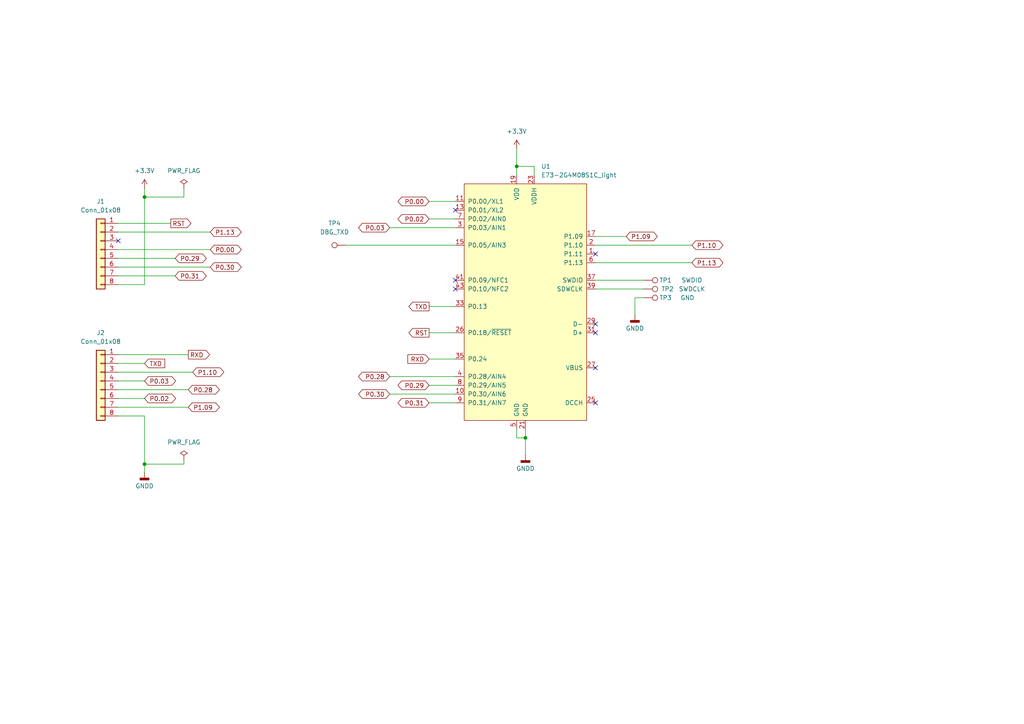
<source format=kicad_sch>
(kicad_sch
	(version 20250114)
	(generator "eeschema")
	(generator_version "9.0")
	(uuid "96dcf4a0-c365-404c-bc55-6cf9f22ad55e")
	(paper "A4")
	(lib_symbols
		(symbol "Connector:TestPoint"
			(pin_numbers
				(hide yes)
			)
			(pin_names
				(offset 0.762)
				(hide yes)
			)
			(exclude_from_sim no)
			(in_bom yes)
			(on_board yes)
			(property "Reference" "TP"
				(at 0 6.858 0)
				(effects
					(font
						(size 1.27 1.27)
					)
				)
			)
			(property "Value" "TestPoint"
				(at 0 5.08 0)
				(effects
					(font
						(size 1.27 1.27)
					)
				)
			)
			(property "Footprint" ""
				(at 5.08 0 0)
				(effects
					(font
						(size 1.27 1.27)
					)
					(hide yes)
				)
			)
			(property "Datasheet" "~"
				(at 5.08 0 0)
				(effects
					(font
						(size 1.27 1.27)
					)
					(hide yes)
				)
			)
			(property "Description" "test point"
				(at 0 0 0)
				(effects
					(font
						(size 1.27 1.27)
					)
					(hide yes)
				)
			)
			(property "ki_keywords" "test point tp"
				(at 0 0 0)
				(effects
					(font
						(size 1.27 1.27)
					)
					(hide yes)
				)
			)
			(property "ki_fp_filters" "Pin* Test*"
				(at 0 0 0)
				(effects
					(font
						(size 1.27 1.27)
					)
					(hide yes)
				)
			)
			(symbol "TestPoint_0_1"
				(circle
					(center 0 3.302)
					(radius 0.762)
					(stroke
						(width 0)
						(type default)
					)
					(fill
						(type none)
					)
				)
			)
			(symbol "TestPoint_1_1"
				(pin passive line
					(at 0 0 90)
					(length 2.54)
					(name "1"
						(effects
							(font
								(size 1.27 1.27)
							)
						)
					)
					(number "1"
						(effects
							(font
								(size 1.27 1.27)
							)
						)
					)
				)
			)
			(embedded_fonts no)
		)
		(symbol "Connector_Generic:Conn_01x08"
			(pin_names
				(offset 1.016)
				(hide yes)
			)
			(exclude_from_sim no)
			(in_bom yes)
			(on_board yes)
			(property "Reference" "J"
				(at 0 10.16 0)
				(effects
					(font
						(size 1.27 1.27)
					)
				)
			)
			(property "Value" "Conn_01x08"
				(at 0 -12.7 0)
				(effects
					(font
						(size 1.27 1.27)
					)
				)
			)
			(property "Footprint" ""
				(at 0 0 0)
				(effects
					(font
						(size 1.27 1.27)
					)
					(hide yes)
				)
			)
			(property "Datasheet" "~"
				(at 0 0 0)
				(effects
					(font
						(size 1.27 1.27)
					)
					(hide yes)
				)
			)
			(property "Description" "Generic connector, single row, 01x08, script generated (kicad-library-utils/schlib/autogen/connector/)"
				(at 0 0 0)
				(effects
					(font
						(size 1.27 1.27)
					)
					(hide yes)
				)
			)
			(property "ki_keywords" "connector"
				(at 0 0 0)
				(effects
					(font
						(size 1.27 1.27)
					)
					(hide yes)
				)
			)
			(property "ki_fp_filters" "Connector*:*_1x??_*"
				(at 0 0 0)
				(effects
					(font
						(size 1.27 1.27)
					)
					(hide yes)
				)
			)
			(symbol "Conn_01x08_1_1"
				(rectangle
					(start -1.27 8.89)
					(end 1.27 -11.43)
					(stroke
						(width 0.254)
						(type default)
					)
					(fill
						(type background)
					)
				)
				(rectangle
					(start -1.27 7.747)
					(end 0 7.493)
					(stroke
						(width 0.1524)
						(type default)
					)
					(fill
						(type none)
					)
				)
				(rectangle
					(start -1.27 5.207)
					(end 0 4.953)
					(stroke
						(width 0.1524)
						(type default)
					)
					(fill
						(type none)
					)
				)
				(rectangle
					(start -1.27 2.667)
					(end 0 2.413)
					(stroke
						(width 0.1524)
						(type default)
					)
					(fill
						(type none)
					)
				)
				(rectangle
					(start -1.27 0.127)
					(end 0 -0.127)
					(stroke
						(width 0.1524)
						(type default)
					)
					(fill
						(type none)
					)
				)
				(rectangle
					(start -1.27 -2.413)
					(end 0 -2.667)
					(stroke
						(width 0.1524)
						(type default)
					)
					(fill
						(type none)
					)
				)
				(rectangle
					(start -1.27 -4.953)
					(end 0 -5.207)
					(stroke
						(width 0.1524)
						(type default)
					)
					(fill
						(type none)
					)
				)
				(rectangle
					(start -1.27 -7.493)
					(end 0 -7.747)
					(stroke
						(width 0.1524)
						(type default)
					)
					(fill
						(type none)
					)
				)
				(rectangle
					(start -1.27 -10.033)
					(end 0 -10.287)
					(stroke
						(width 0.1524)
						(type default)
					)
					(fill
						(type none)
					)
				)
				(pin passive line
					(at -5.08 7.62 0)
					(length 3.81)
					(name "Pin_1"
						(effects
							(font
								(size 1.27 1.27)
							)
						)
					)
					(number "1"
						(effects
							(font
								(size 1.27 1.27)
							)
						)
					)
				)
				(pin passive line
					(at -5.08 5.08 0)
					(length 3.81)
					(name "Pin_2"
						(effects
							(font
								(size 1.27 1.27)
							)
						)
					)
					(number "2"
						(effects
							(font
								(size 1.27 1.27)
							)
						)
					)
				)
				(pin passive line
					(at -5.08 2.54 0)
					(length 3.81)
					(name "Pin_3"
						(effects
							(font
								(size 1.27 1.27)
							)
						)
					)
					(number "3"
						(effects
							(font
								(size 1.27 1.27)
							)
						)
					)
				)
				(pin passive line
					(at -5.08 0 0)
					(length 3.81)
					(name "Pin_4"
						(effects
							(font
								(size 1.27 1.27)
							)
						)
					)
					(number "4"
						(effects
							(font
								(size 1.27 1.27)
							)
						)
					)
				)
				(pin passive line
					(at -5.08 -2.54 0)
					(length 3.81)
					(name "Pin_5"
						(effects
							(font
								(size 1.27 1.27)
							)
						)
					)
					(number "5"
						(effects
							(font
								(size 1.27 1.27)
							)
						)
					)
				)
				(pin passive line
					(at -5.08 -5.08 0)
					(length 3.81)
					(name "Pin_6"
						(effects
							(font
								(size 1.27 1.27)
							)
						)
					)
					(number "6"
						(effects
							(font
								(size 1.27 1.27)
							)
						)
					)
				)
				(pin passive line
					(at -5.08 -7.62 0)
					(length 3.81)
					(name "Pin_7"
						(effects
							(font
								(size 1.27 1.27)
							)
						)
					)
					(number "7"
						(effects
							(font
								(size 1.27 1.27)
							)
						)
					)
				)
				(pin passive line
					(at -5.08 -10.16 0)
					(length 3.81)
					(name "Pin_8"
						(effects
							(font
								(size 1.27 1.27)
							)
						)
					)
					(number "8"
						(effects
							(font
								(size 1.27 1.27)
							)
						)
					)
				)
			)
			(embedded_fonts no)
		)
		(symbol "nrf52_wbr3:E73-2G4M08S1C_light"
			(pin_names
				(offset 1.016)
			)
			(exclude_from_sim no)
			(in_bom yes)
			(on_board yes)
			(property "Reference" "U"
				(at -15.24 -38.1 0)
				(effects
					(font
						(size 1.27 1.27)
					)
				)
			)
			(property "Value" "E73-2G4M08S1C_light"
				(at 0 0 90)
				(effects
					(font
						(size 1.27 1.27)
					)
				)
			)
			(property "Footprint" "nrf52_wbr3:E73-2G4M08S1C_light"
				(at 2.54 0 90)
				(effects
					(font
						(size 1.27 1.27)
					)
					(hide yes)
				)
			)
			(property "Datasheet" ""
				(at 0 0 0)
				(effects
					(font
						(size 1.27 1.27)
					)
					(hide yes)
				)
			)
			(property "Description" ""
				(at 0 0 0)
				(effects
					(font
						(size 1.27 1.27)
					)
					(hide yes)
				)
			)
			(symbol "E73-2G4M08S1C_light_0_1"
				(rectangle
					(start -17.78 33.02)
					(end 17.78 -35.56)
					(stroke
						(width 0)
						(type default)
					)
					(fill
						(type background)
					)
				)
			)
			(symbol "E73-2G4M08S1C_light_1_1"
				(pin bidirectional line
					(at -20.32 27.94 0)
					(length 2.54)
					(name "P0.00/XL1"
						(effects
							(font
								(size 1.27 1.27)
							)
						)
					)
					(number "11"
						(effects
							(font
								(size 1.27 1.27)
							)
						)
					)
				)
				(pin bidirectional line
					(at -20.32 25.4 0)
					(length 2.54)
					(name "P0.01/XL2"
						(effects
							(font
								(size 1.27 1.27)
							)
						)
					)
					(number "13"
						(effects
							(font
								(size 1.27 1.27)
							)
						)
					)
				)
				(pin bidirectional line
					(at -20.32 22.86 0)
					(length 2.54)
					(name "P0.02/AIN0"
						(effects
							(font
								(size 1.27 1.27)
							)
						)
					)
					(number "7"
						(effects
							(font
								(size 1.27 1.27)
							)
						)
					)
				)
				(pin bidirectional line
					(at -20.32 20.32 0)
					(length 2.54)
					(name "P0.03/AIN1"
						(effects
							(font
								(size 1.27 1.27)
							)
						)
					)
					(number "3"
						(effects
							(font
								(size 1.27 1.27)
							)
						)
					)
				)
				(pin bidirectional line
					(at -20.32 15.24 0)
					(length 2.54)
					(name "P0.05/AIN3"
						(effects
							(font
								(size 1.27 1.27)
							)
						)
					)
					(number "15"
						(effects
							(font
								(size 1.27 1.27)
							)
						)
					)
				)
				(pin bidirectional line
					(at -20.32 5.08 0)
					(length 2.54)
					(name "P0.09/NFC1"
						(effects
							(font
								(size 1.27 1.27)
							)
						)
					)
					(number "41"
						(effects
							(font
								(size 1.27 1.27)
							)
						)
					)
				)
				(pin bidirectional line
					(at -20.32 2.54 0)
					(length 2.54)
					(name "P0.10/NFC2"
						(effects
							(font
								(size 1.27 1.27)
							)
						)
					)
					(number "43"
						(effects
							(font
								(size 1.27 1.27)
							)
						)
					)
				)
				(pin bidirectional line
					(at -20.32 -2.54 0)
					(length 2.54)
					(name "P0.13"
						(effects
							(font
								(size 1.27 1.27)
							)
						)
					)
					(number "33"
						(effects
							(font
								(size 1.27 1.27)
							)
						)
					)
				)
				(pin bidirectional line
					(at -20.32 -10.16 0)
					(length 2.54)
					(name "P0.18/~{RESET}"
						(effects
							(font
								(size 1.27 1.27)
							)
						)
					)
					(number "26"
						(effects
							(font
								(size 1.27 1.27)
							)
						)
					)
				)
				(pin bidirectional line
					(at -20.32 -17.78 0)
					(length 2.54)
					(name "P0.24"
						(effects
							(font
								(size 1.27 1.27)
							)
						)
					)
					(number "35"
						(effects
							(font
								(size 1.27 1.27)
							)
						)
					)
				)
				(pin bidirectional line
					(at -20.32 -22.86 0)
					(length 2.54)
					(name "P0.28/AIN4"
						(effects
							(font
								(size 1.27 1.27)
							)
						)
					)
					(number "4"
						(effects
							(font
								(size 1.27 1.27)
							)
						)
					)
				)
				(pin bidirectional line
					(at -20.32 -25.4 0)
					(length 2.54)
					(name "P0.29/AIN5"
						(effects
							(font
								(size 1.27 1.27)
							)
						)
					)
					(number "8"
						(effects
							(font
								(size 1.27 1.27)
							)
						)
					)
				)
				(pin bidirectional line
					(at -20.32 -27.94 0)
					(length 2.54)
					(name "P0.30/AIN6"
						(effects
							(font
								(size 1.27 1.27)
							)
						)
					)
					(number "10"
						(effects
							(font
								(size 1.27 1.27)
							)
						)
					)
				)
				(pin bidirectional line
					(at -20.32 -30.48 0)
					(length 2.54)
					(name "P0.31/AIN7"
						(effects
							(font
								(size 1.27 1.27)
							)
						)
					)
					(number "9"
						(effects
							(font
								(size 1.27 1.27)
							)
						)
					)
				)
				(pin power_in line
					(at -2.54 35.56 270)
					(length 2.54)
					(name "VDD"
						(effects
							(font
								(size 1.27 1.27)
							)
						)
					)
					(number "19"
						(effects
							(font
								(size 1.27 1.27)
							)
						)
					)
				)
				(pin power_in line
					(at -2.54 -38.1 90)
					(length 2.54)
					(name "GND"
						(effects
							(font
								(size 1.27 1.27)
							)
						)
					)
					(number "5"
						(effects
							(font
								(size 1.27 1.27)
							)
						)
					)
				)
				(pin power_in line
					(at 0 -38.1 90)
					(length 2.54)
					(name "GND"
						(effects
							(font
								(size 1.27 1.27)
							)
						)
					)
					(number "21"
						(effects
							(font
								(size 1.27 1.27)
							)
						)
					)
				)
				(pin power_in line
					(at 2.54 35.56 270)
					(length 2.54)
					(name "VDDH"
						(effects
							(font
								(size 1.27 1.27)
							)
						)
					)
					(number "23"
						(effects
							(font
								(size 1.27 1.27)
							)
						)
					)
				)
				(pin bidirectional line
					(at 20.32 17.78 180)
					(length 2.54)
					(name "P1.09"
						(effects
							(font
								(size 1.27 1.27)
							)
						)
					)
					(number "17"
						(effects
							(font
								(size 1.27 1.27)
							)
						)
					)
				)
				(pin bidirectional line
					(at 20.32 15.24 180)
					(length 2.54)
					(name "P1.10"
						(effects
							(font
								(size 1.27 1.27)
							)
						)
					)
					(number "2"
						(effects
							(font
								(size 1.27 1.27)
							)
						)
					)
				)
				(pin bidirectional line
					(at 20.32 12.7 180)
					(length 2.54)
					(name "P1.11"
						(effects
							(font
								(size 1.27 1.27)
							)
						)
					)
					(number "1"
						(effects
							(font
								(size 1.27 1.27)
							)
						)
					)
				)
				(pin bidirectional line
					(at 20.32 10.16 180)
					(length 2.54)
					(name "P1.13"
						(effects
							(font
								(size 1.27 1.27)
							)
						)
					)
					(number "6"
						(effects
							(font
								(size 1.27 1.27)
							)
						)
					)
				)
				(pin bidirectional line
					(at 20.32 5.08 180)
					(length 2.54)
					(name "SWDIO"
						(effects
							(font
								(size 1.27 1.27)
							)
						)
					)
					(number "37"
						(effects
							(font
								(size 1.27 1.27)
							)
						)
					)
				)
				(pin input line
					(at 20.32 2.54 180)
					(length 2.54)
					(name "SDWCLK"
						(effects
							(font
								(size 1.27 1.27)
							)
						)
					)
					(number "39"
						(effects
							(font
								(size 1.27 1.27)
							)
						)
					)
				)
				(pin bidirectional line
					(at 20.32 -7.62 180)
					(length 2.54)
					(name "D-"
						(effects
							(font
								(size 1.27 1.27)
							)
						)
					)
					(number "29"
						(effects
							(font
								(size 1.27 1.27)
							)
						)
					)
				)
				(pin bidirectional line
					(at 20.32 -10.16 180)
					(length 2.54)
					(name "D+"
						(effects
							(font
								(size 1.27 1.27)
							)
						)
					)
					(number "31"
						(effects
							(font
								(size 1.27 1.27)
							)
						)
					)
				)
				(pin power_in line
					(at 20.32 -20.32 180)
					(length 2.54)
					(name "VBUS"
						(effects
							(font
								(size 1.27 1.27)
							)
						)
					)
					(number "27"
						(effects
							(font
								(size 1.27 1.27)
							)
						)
					)
				)
				(pin power_out line
					(at 20.32 -30.48 180)
					(length 2.54)
					(name "DCCH"
						(effects
							(font
								(size 1.27 1.27)
							)
						)
					)
					(number "25"
						(effects
							(font
								(size 1.27 1.27)
							)
						)
					)
				)
			)
			(embedded_fonts no)
		)
		(symbol "power:+3.3V"
			(power)
			(pin_numbers
				(hide yes)
			)
			(pin_names
				(offset 0)
				(hide yes)
			)
			(exclude_from_sim no)
			(in_bom yes)
			(on_board yes)
			(property "Reference" "#PWR"
				(at 0 -3.81 0)
				(effects
					(font
						(size 1.27 1.27)
					)
					(hide yes)
				)
			)
			(property "Value" "+3.3V"
				(at 0 3.556 0)
				(effects
					(font
						(size 1.27 1.27)
					)
				)
			)
			(property "Footprint" ""
				(at 0 0 0)
				(effects
					(font
						(size 1.27 1.27)
					)
					(hide yes)
				)
			)
			(property "Datasheet" ""
				(at 0 0 0)
				(effects
					(font
						(size 1.27 1.27)
					)
					(hide yes)
				)
			)
			(property "Description" "Power symbol creates a global label with name \"+3.3V\""
				(at 0 0 0)
				(effects
					(font
						(size 1.27 1.27)
					)
					(hide yes)
				)
			)
			(property "ki_keywords" "global power"
				(at 0 0 0)
				(effects
					(font
						(size 1.27 1.27)
					)
					(hide yes)
				)
			)
			(symbol "+3.3V_0_1"
				(polyline
					(pts
						(xy -0.762 1.27) (xy 0 2.54)
					)
					(stroke
						(width 0)
						(type default)
					)
					(fill
						(type none)
					)
				)
				(polyline
					(pts
						(xy 0 2.54) (xy 0.762 1.27)
					)
					(stroke
						(width 0)
						(type default)
					)
					(fill
						(type none)
					)
				)
				(polyline
					(pts
						(xy 0 0) (xy 0 2.54)
					)
					(stroke
						(width 0)
						(type default)
					)
					(fill
						(type none)
					)
				)
			)
			(symbol "+3.3V_1_1"
				(pin power_in line
					(at 0 0 90)
					(length 0)
					(name "~"
						(effects
							(font
								(size 1.27 1.27)
							)
						)
					)
					(number "1"
						(effects
							(font
								(size 1.27 1.27)
							)
						)
					)
				)
			)
			(embedded_fonts no)
		)
		(symbol "power:GNDD"
			(power)
			(pin_numbers
				(hide yes)
			)
			(pin_names
				(offset 0)
				(hide yes)
			)
			(exclude_from_sim no)
			(in_bom yes)
			(on_board yes)
			(property "Reference" "#PWR"
				(at 0 -6.35 0)
				(effects
					(font
						(size 1.27 1.27)
					)
					(hide yes)
				)
			)
			(property "Value" "GNDD"
				(at 0 -3.175 0)
				(effects
					(font
						(size 1.27 1.27)
					)
				)
			)
			(property "Footprint" ""
				(at 0 0 0)
				(effects
					(font
						(size 1.27 1.27)
					)
					(hide yes)
				)
			)
			(property "Datasheet" ""
				(at 0 0 0)
				(effects
					(font
						(size 1.27 1.27)
					)
					(hide yes)
				)
			)
			(property "Description" "Power symbol creates a global label with name \"GNDD\" , digital ground"
				(at 0 0 0)
				(effects
					(font
						(size 1.27 1.27)
					)
					(hide yes)
				)
			)
			(property "ki_keywords" "global power"
				(at 0 0 0)
				(effects
					(font
						(size 1.27 1.27)
					)
					(hide yes)
				)
			)
			(symbol "GNDD_0_1"
				(rectangle
					(start -1.27 -1.524)
					(end 1.27 -2.032)
					(stroke
						(width 0.254)
						(type default)
					)
					(fill
						(type outline)
					)
				)
				(polyline
					(pts
						(xy 0 0) (xy 0 -1.524)
					)
					(stroke
						(width 0)
						(type default)
					)
					(fill
						(type none)
					)
				)
			)
			(symbol "GNDD_1_1"
				(pin power_in line
					(at 0 0 270)
					(length 0)
					(name "~"
						(effects
							(font
								(size 1.27 1.27)
							)
						)
					)
					(number "1"
						(effects
							(font
								(size 1.27 1.27)
							)
						)
					)
				)
			)
			(embedded_fonts no)
		)
		(symbol "power:PWR_FLAG"
			(power)
			(pin_numbers
				(hide yes)
			)
			(pin_names
				(offset 0)
				(hide yes)
			)
			(exclude_from_sim no)
			(in_bom yes)
			(on_board yes)
			(property "Reference" "#FLG"
				(at 0 1.905 0)
				(effects
					(font
						(size 1.27 1.27)
					)
					(hide yes)
				)
			)
			(property "Value" "PWR_FLAG"
				(at 0 3.81 0)
				(effects
					(font
						(size 1.27 1.27)
					)
				)
			)
			(property "Footprint" ""
				(at 0 0 0)
				(effects
					(font
						(size 1.27 1.27)
					)
					(hide yes)
				)
			)
			(property "Datasheet" "~"
				(at 0 0 0)
				(effects
					(font
						(size 1.27 1.27)
					)
					(hide yes)
				)
			)
			(property "Description" "Special symbol for telling ERC where power comes from"
				(at 0 0 0)
				(effects
					(font
						(size 1.27 1.27)
					)
					(hide yes)
				)
			)
			(property "ki_keywords" "flag power"
				(at 0 0 0)
				(effects
					(font
						(size 1.27 1.27)
					)
					(hide yes)
				)
			)
			(symbol "PWR_FLAG_0_0"
				(pin power_out line
					(at 0 0 90)
					(length 0)
					(name "~"
						(effects
							(font
								(size 1.27 1.27)
							)
						)
					)
					(number "1"
						(effects
							(font
								(size 1.27 1.27)
							)
						)
					)
				)
			)
			(symbol "PWR_FLAG_0_1"
				(polyline
					(pts
						(xy 0 0) (xy 0 1.27) (xy -1.016 1.905) (xy 0 2.54) (xy 1.016 1.905) (xy 0 1.27)
					)
					(stroke
						(width 0)
						(type default)
					)
					(fill
						(type none)
					)
				)
			)
			(embedded_fonts no)
		)
	)
	(junction
		(at 152.4 127)
		(diameter 0)
		(color 0 0 0 0)
		(uuid "b5cb27b5-7a48-4444-a25c-f62e0141e673")
	)
	(junction
		(at 41.91 134.62)
		(diameter 0)
		(color 0 0 0 0)
		(uuid "e11d9ffa-272b-451b-a8b1-15f24a244f4a")
	)
	(junction
		(at 41.91 57.15)
		(diameter 0)
		(color 0 0 0 0)
		(uuid "f4cfb1bd-1759-4e1f-a3df-b8f937ff29dc")
	)
	(junction
		(at 149.86 48.26)
		(diameter 0)
		(color 0 0 0 0)
		(uuid "f637ba1f-37cc-4faa-b15b-e6b05aa0700c")
	)
	(no_connect
		(at 132.08 60.96)
		(uuid "198b7dbe-7d6f-41ff-b5cd-445b6dd97450")
	)
	(no_connect
		(at 34.29 69.85)
		(uuid "2113707f-187e-48e8-a099-6f8ef676a5cd")
	)
	(no_connect
		(at 172.72 96.52)
		(uuid "3c452543-6e42-49df-b0a3-9ccdbba83f73")
	)
	(no_connect
		(at 172.72 93.98)
		(uuid "3c452543-6e42-49df-b0a3-9ccdbba83f74")
	)
	(no_connect
		(at 132.08 81.28)
		(uuid "8dc6c778-2a44-42db-b16c-830fdbb13149")
	)
	(no_connect
		(at 132.08 83.82)
		(uuid "8dc6c778-2a44-42db-b16c-830fdbb1314a")
	)
	(no_connect
		(at 172.72 73.66)
		(uuid "8dc6c778-2a44-42db-b16c-830fdbb13150")
	)
	(no_connect
		(at 172.72 106.68)
		(uuid "90f8d34b-0079-4757-963b-605b01722a53")
	)
	(no_connect
		(at 172.72 116.84)
		(uuid "90f8d34b-0079-4757-963b-605b01722a54")
	)
	(wire
		(pts
			(xy 124.46 96.52) (xy 132.08 96.52)
		)
		(stroke
			(width 0)
			(type default)
		)
		(uuid "059c873c-31ab-44be-b02b-0b9c9837f726")
	)
	(wire
		(pts
			(xy 41.91 134.62) (xy 41.91 137.16)
		)
		(stroke
			(width 0)
			(type default)
		)
		(uuid "0cf7207f-a6d5-41ea-aa0b-e2d0c4abe84a")
	)
	(wire
		(pts
			(xy 124.46 63.5) (xy 132.08 63.5)
		)
		(stroke
			(width 0)
			(type default)
		)
		(uuid "11c357be-804e-45ef-9338-bf19a7f33990")
	)
	(wire
		(pts
			(xy 34.29 105.41) (xy 41.91 105.41)
		)
		(stroke
			(width 0)
			(type default)
		)
		(uuid "1a75db8d-81c0-4c88-9151-70bf6bbb77bb")
	)
	(wire
		(pts
			(xy 41.91 54.61) (xy 41.91 57.15)
		)
		(stroke
			(width 0)
			(type default)
		)
		(uuid "294544eb-4399-4056-a4e8-121912c79102")
	)
	(wire
		(pts
			(xy 34.29 107.95) (xy 55.88 107.95)
		)
		(stroke
			(width 0)
			(type default)
		)
		(uuid "2b79db9d-2a97-4274-bf05-28d32a1d1623")
	)
	(wire
		(pts
			(xy 34.29 113.03) (xy 54.61 113.03)
		)
		(stroke
			(width 0)
			(type default)
		)
		(uuid "2bfe63ca-5dd6-4d87-ba30-36b10534e916")
	)
	(wire
		(pts
			(xy 53.34 134.62) (xy 41.91 134.62)
		)
		(stroke
			(width 0)
			(type default)
		)
		(uuid "3094d5d3-9ed7-4826-8719-f2d587b41e2d")
	)
	(wire
		(pts
			(xy 41.91 57.15) (xy 41.91 82.55)
		)
		(stroke
			(width 0)
			(type default)
		)
		(uuid "325d9949-7cbc-4f79-8f71-2b5c6583bcda")
	)
	(wire
		(pts
			(xy 124.46 116.84) (xy 132.08 116.84)
		)
		(stroke
			(width 0)
			(type default)
		)
		(uuid "428e976c-96ef-4f27-a260-4d8cf9965eca")
	)
	(wire
		(pts
			(xy 172.72 81.28) (xy 186.69 81.28)
		)
		(stroke
			(width 0)
			(type default)
		)
		(uuid "431ee5db-1045-47fa-bf76-413e3fb212b7")
	)
	(wire
		(pts
			(xy 152.4 124.46) (xy 152.4 127)
		)
		(stroke
			(width 0)
			(type default)
		)
		(uuid "4c1ee7da-941a-4dff-a2f1-8e7cef921dfa")
	)
	(wire
		(pts
			(xy 152.4 127) (xy 152.4 132.08)
		)
		(stroke
			(width 0)
			(type default)
		)
		(uuid "4f8374b8-85e1-4ca5-915b-50ca824dcc2f")
	)
	(wire
		(pts
			(xy 41.91 57.15) (xy 53.34 57.15)
		)
		(stroke
			(width 0)
			(type default)
		)
		(uuid "51fa2703-1982-4481-b5ec-5b2f6d9fd70d")
	)
	(wire
		(pts
			(xy 34.29 67.31) (xy 60.96 67.31)
		)
		(stroke
			(width 0)
			(type default)
		)
		(uuid "52119754-eecd-4b33-9e32-ca1651fa16dc")
	)
	(wire
		(pts
			(xy 184.15 86.36) (xy 184.15 91.44)
		)
		(stroke
			(width 0)
			(type default)
		)
		(uuid "6401aa07-41d9-48e5-b637-018b0d126d99")
	)
	(wire
		(pts
			(xy 149.86 124.46) (xy 149.86 127)
		)
		(stroke
			(width 0)
			(type default)
		)
		(uuid "6b9e8738-476f-4bf3-a4fa-75f89b2d6a6e")
	)
	(wire
		(pts
			(xy 149.86 127) (xy 152.4 127)
		)
		(stroke
			(width 0)
			(type default)
		)
		(uuid "6f6fba52-81f9-471c-8408-efc7672807ed")
	)
	(wire
		(pts
			(xy 34.29 80.01) (xy 50.8 80.01)
		)
		(stroke
			(width 0)
			(type default)
		)
		(uuid "745b2fdc-baa9-42fb-bd77-4d60aa71683f")
	)
	(wire
		(pts
			(xy 149.86 43.18) (xy 149.86 48.26)
		)
		(stroke
			(width 0)
			(type default)
		)
		(uuid "745f8f56-3e40-4704-8011-4206f5580609")
	)
	(wire
		(pts
			(xy 149.86 48.26) (xy 149.86 50.8)
		)
		(stroke
			(width 0)
			(type default)
		)
		(uuid "75b062d2-4bd8-4f8e-968b-14eabc33418d")
	)
	(wire
		(pts
			(xy 34.29 64.77) (xy 49.53 64.77)
		)
		(stroke
			(width 0)
			(type default)
		)
		(uuid "7a0a5fa7-ab6f-45e8-b6e6-3a360c8defb2")
	)
	(wire
		(pts
			(xy 53.34 54.61) (xy 53.34 57.15)
		)
		(stroke
			(width 0)
			(type default)
		)
		(uuid "82a794ef-6ef2-416c-ba80-4c5eb0e145bf")
	)
	(wire
		(pts
			(xy 172.72 71.12) (xy 200.66 71.12)
		)
		(stroke
			(width 0)
			(type default)
		)
		(uuid "956e477c-a9c7-489e-bb6d-1c0942d7c40b")
	)
	(wire
		(pts
			(xy 113.03 66.04) (xy 132.08 66.04)
		)
		(stroke
			(width 0)
			(type default)
		)
		(uuid "9596d87b-0ed4-4fab-9428-f4ab6032c2af")
	)
	(wire
		(pts
			(xy 154.94 48.26) (xy 149.86 48.26)
		)
		(stroke
			(width 0)
			(type default)
		)
		(uuid "9ad4cc22-a393-4aa5-a5f4-a1e10efa6430")
	)
	(wire
		(pts
			(xy 34.29 77.47) (xy 60.96 77.47)
		)
		(stroke
			(width 0)
			(type default)
		)
		(uuid "a10626f9-b190-4103-9dfd-25d447e5dd0d")
	)
	(wire
		(pts
			(xy 34.29 120.65) (xy 41.91 120.65)
		)
		(stroke
			(width 0)
			(type default)
		)
		(uuid "a871a63a-33e3-47c5-83ce-901d5ea11687")
	)
	(wire
		(pts
			(xy 34.29 110.49) (xy 41.91 110.49)
		)
		(stroke
			(width 0)
			(type default)
		)
		(uuid "ae219406-000a-4e13-9a85-c949a1e2262c")
	)
	(wire
		(pts
			(xy 100.33 71.12) (xy 132.08 71.12)
		)
		(stroke
			(width 0)
			(type default)
		)
		(uuid "b74043a1-6e06-4c8c-98e1-3b6bf3677091")
	)
	(wire
		(pts
			(xy 132.08 88.9) (xy 124.46 88.9)
		)
		(stroke
			(width 0)
			(type default)
		)
		(uuid "b82f971b-6d78-4629-9b5b-d471b96a6fb3")
	)
	(wire
		(pts
			(xy 172.72 68.58) (xy 181.61 68.58)
		)
		(stroke
			(width 0)
			(type default)
		)
		(uuid "bb746827-a41e-45cd-a196-8a2cb3229aa9")
	)
	(wire
		(pts
			(xy 34.29 118.11) (xy 54.61 118.11)
		)
		(stroke
			(width 0)
			(type default)
		)
		(uuid "bc8859e3-86d6-42bf-9288-e0fb9cf3eb07")
	)
	(wire
		(pts
			(xy 53.34 133.35) (xy 53.34 134.62)
		)
		(stroke
			(width 0)
			(type default)
		)
		(uuid "bd0595de-fdf1-42a5-ab89-7ef668f3ce57")
	)
	(wire
		(pts
			(xy 34.29 72.39) (xy 60.96 72.39)
		)
		(stroke
			(width 0)
			(type default)
		)
		(uuid "c14ec424-c667-453c-b676-3e3e731d9919")
	)
	(wire
		(pts
			(xy 113.03 109.22) (xy 132.08 109.22)
		)
		(stroke
			(width 0)
			(type default)
		)
		(uuid "c30fafad-2e16-4010-a7b8-8207d2b35c68")
	)
	(wire
		(pts
			(xy 41.91 120.65) (xy 41.91 134.62)
		)
		(stroke
			(width 0)
			(type default)
		)
		(uuid "c69a48bf-1e00-4f49-91b1-b6d1a7df6b2e")
	)
	(wire
		(pts
			(xy 124.46 111.76) (xy 132.08 111.76)
		)
		(stroke
			(width 0)
			(type default)
		)
		(uuid "cc1501a3-77b4-4769-832c-1d23ee7dae35")
	)
	(wire
		(pts
			(xy 124.46 58.42) (xy 132.08 58.42)
		)
		(stroke
			(width 0)
			(type default)
		)
		(uuid "d15cb5dd-b40b-42f1-8fc4-0b7ea3b76818")
	)
	(wire
		(pts
			(xy 34.29 115.57) (xy 41.91 115.57)
		)
		(stroke
			(width 0)
			(type default)
		)
		(uuid "d1743d6e-34ca-45bb-96aa-667b4f9f650e")
	)
	(wire
		(pts
			(xy 172.72 76.2) (xy 200.66 76.2)
		)
		(stroke
			(width 0)
			(type default)
		)
		(uuid "d1a13296-1ff0-4c24-963b-43ce2cb06cae")
	)
	(wire
		(pts
			(xy 154.94 50.8) (xy 154.94 48.26)
		)
		(stroke
			(width 0)
			(type default)
		)
		(uuid "d232f6e1-8a3f-470b-8866-3a94bb86c0d4")
	)
	(wire
		(pts
			(xy 186.69 86.36) (xy 184.15 86.36)
		)
		(stroke
			(width 0)
			(type default)
		)
		(uuid "d75fdc50-490c-4dfa-bf7e-1bdd5db1f61f")
	)
	(wire
		(pts
			(xy 132.08 114.3) (xy 113.03 114.3)
		)
		(stroke
			(width 0)
			(type default)
		)
		(uuid "d92873b9-d583-4b29-9a06-50606e43ab97")
	)
	(wire
		(pts
			(xy 34.29 82.55) (xy 41.91 82.55)
		)
		(stroke
			(width 0)
			(type default)
		)
		(uuid "dd054449-8d30-4237-8ec4-0854718b4f5f")
	)
	(wire
		(pts
			(xy 34.29 74.93) (xy 50.8 74.93)
		)
		(stroke
			(width 0)
			(type default)
		)
		(uuid "ef8bb3c0-418e-4779-bfb5-ae94aa2ee805")
	)
	(wire
		(pts
			(xy 132.08 104.14) (xy 124.46 104.14)
		)
		(stroke
			(width 0)
			(type default)
		)
		(uuid "f5ce9c27-75ba-4c17-bf79-dce78e6e81be")
	)
	(wire
		(pts
			(xy 34.29 102.87) (xy 54.61 102.87)
		)
		(stroke
			(width 0)
			(type default)
		)
		(uuid "f604a21a-cb30-496e-aad8-35b149fd3d3f")
	)
	(wire
		(pts
			(xy 172.72 83.82) (xy 186.69 83.82)
		)
		(stroke
			(width 0)
			(type default)
		)
		(uuid "f668854f-bec2-4f55-bf80-09a41b5acbe4")
	)
	(global_label "P1.13"
		(shape bidirectional)
		(at 200.66 76.2 0)
		(fields_autoplaced yes)
		(effects
			(font
				(size 1.27 1.27)
			)
			(justify left)
		)
		(uuid "02dd0e5c-afeb-4e91-913a-52e28d58a8b1")
		(property "Intersheetrefs" "${INTERSHEET_REFS}"
			(at 208.5764 76.1206 0)
			(effects
				(font
					(size 1.27 1.27)
				)
				(justify left)
				(hide yes)
			)
		)
	)
	(global_label "P0.28"
		(shape bidirectional)
		(at 54.61 113.03 0)
		(fields_autoplaced yes)
		(effects
			(font
				(size 1.27 1.27)
			)
			(justify left)
		)
		(uuid "1729a68a-989a-472a-8e0d-33de89346dcd")
		(property "Intersheetrefs" "${INTERSHEET_REFS}"
			(at 62.5264 113.1094 0)
			(effects
				(font
					(size 1.27 1.27)
				)
				(justify left)
				(hide yes)
			)
		)
	)
	(global_label "P0.03"
		(shape bidirectional)
		(at 113.03 66.04 180)
		(fields_autoplaced yes)
		(effects
			(font
				(size 1.27 1.27)
			)
			(justify right)
		)
		(uuid "1b9e67a5-effa-49d8-a7bc-b5f6f9349072")
		(property "Intersheetrefs" "${INTERSHEET_REFS}"
			(at 105.1136 66.1194 0)
			(effects
				(font
					(size 1.27 1.27)
				)
				(justify right)
				(hide yes)
			)
		)
	)
	(global_label "P0.30"
		(shape bidirectional)
		(at 113.03 114.3 180)
		(fields_autoplaced yes)
		(effects
			(font
				(size 1.27 1.27)
			)
			(justify right)
		)
		(uuid "24fc5d43-7427-4901-ba33-beb7f088c742")
		(property "Intersheetrefs" "${INTERSHEET_REFS}"
			(at 105.1136 114.2206 0)
			(effects
				(font
					(size 1.27 1.27)
				)
				(justify right)
				(hide yes)
			)
		)
	)
	(global_label "P0.02"
		(shape bidirectional)
		(at 124.46 63.5 180)
		(fields_autoplaced yes)
		(effects
			(font
				(size 1.27 1.27)
			)
			(justify right)
		)
		(uuid "2a499d78-b362-446d-9a77-9a6fa695312d")
		(property "Intersheetrefs" "${INTERSHEET_REFS}"
			(at 116.5436 63.5794 0)
			(effects
				(font
					(size 1.27 1.27)
				)
				(justify right)
				(hide yes)
			)
		)
	)
	(global_label "TXD"
		(shape input)
		(at 41.91 105.41 0)
		(fields_autoplaced yes)
		(effects
			(font
				(size 1.27 1.27)
			)
			(justify left)
		)
		(uuid "4ad397c6-180a-4ccd-880f-1e3d7961a406")
		(property "Intersheetrefs" "${INTERSHEET_REFS}"
			(at 47.7702 105.3306 0)
			(effects
				(font
					(size 1.27 1.27)
				)
				(justify left)
				(hide yes)
			)
		)
	)
	(global_label "P0.28"
		(shape bidirectional)
		(at 113.03 109.22 180)
		(fields_autoplaced yes)
		(effects
			(font
				(size 1.27 1.27)
			)
			(justify right)
		)
		(uuid "503f7038-78b6-4623-8178-b931c3066f56")
		(property "Intersheetrefs" "${INTERSHEET_REFS}"
			(at 105.1136 109.1406 0)
			(effects
				(font
					(size 1.27 1.27)
				)
				(justify right)
				(hide yes)
			)
		)
	)
	(global_label "RXD"
		(shape input)
		(at 124.46 104.14 180)
		(fields_autoplaced yes)
		(effects
			(font
				(size 1.27 1.27)
			)
			(justify right)
		)
		(uuid "561ef1c1-826f-445f-91ce-57927ef90a98")
		(property "Intersheetrefs" "${INTERSHEET_REFS}"
			(at 118.2974 104.2194 0)
			(effects
				(font
					(size 1.27 1.27)
				)
				(justify right)
				(hide yes)
			)
		)
	)
	(global_label "P0.31"
		(shape bidirectional)
		(at 124.46 116.84 180)
		(fields_autoplaced yes)
		(effects
			(font
				(size 1.27 1.27)
			)
			(justify right)
		)
		(uuid "5683021d-ece8-414d-a986-97f556eb9ab8")
		(property "Intersheetrefs" "${INTERSHEET_REFS}"
			(at 116.5436 116.9194 0)
			(effects
				(font
					(size 1.27 1.27)
				)
				(justify right)
				(hide yes)
			)
		)
	)
	(global_label "RST"
		(shape output)
		(at 124.46 96.52 180)
		(fields_autoplaced yes)
		(effects
			(font
				(size 1.27 1.27)
			)
			(justify right)
		)
		(uuid "5a9cfc5c-db79-45f3-ac18-c562eac08c99")
		(property "Intersheetrefs" "${INTERSHEET_REFS}"
			(at 118.5998 96.5994 0)
			(effects
				(font
					(size 1.27 1.27)
				)
				(justify right)
				(hide yes)
			)
		)
	)
	(global_label "P0.29"
		(shape bidirectional)
		(at 50.8 74.93 0)
		(fields_autoplaced yes)
		(effects
			(font
				(size 1.27 1.27)
			)
			(justify left)
		)
		(uuid "622f018e-46a2-49a8-b28d-f74ab9828f3e")
		(property "Intersheetrefs" "${INTERSHEET_REFS}"
			(at 58.7164 74.8506 0)
			(effects
				(font
					(size 1.27 1.27)
				)
				(justify left)
				(hide yes)
			)
		)
	)
	(global_label "P0.00"
		(shape bidirectional)
		(at 60.96 72.39 0)
		(fields_autoplaced yes)
		(effects
			(font
				(size 1.27 1.27)
			)
			(justify left)
		)
		(uuid "676e432c-c1a2-4a2b-9d33-89c6b001d64d")
		(property "Intersheetrefs" "${INTERSHEET_REFS}"
			(at 68.8764 72.4694 0)
			(effects
				(font
					(size 1.27 1.27)
				)
				(justify left)
				(hide yes)
			)
		)
	)
	(global_label "P1.09"
		(shape bidirectional)
		(at 181.61 68.58 0)
		(fields_autoplaced yes)
		(effects
			(font
				(size 1.27 1.27)
			)
			(justify left)
		)
		(uuid "7b58f173-e7ca-4b86-a298-79166f7e2ba2")
		(property "Intersheetrefs" "${INTERSHEET_REFS}"
			(at 189.5264 68.5006 0)
			(effects
				(font
					(size 1.27 1.27)
				)
				(justify left)
				(hide yes)
			)
		)
	)
	(global_label "P0.30"
		(shape bidirectional)
		(at 60.96 77.47 0)
		(fields_autoplaced yes)
		(effects
			(font
				(size 1.27 1.27)
			)
			(justify left)
		)
		(uuid "8229e741-a861-4651-b3c2-f3608a0ff4db")
		(property "Intersheetrefs" "${INTERSHEET_REFS}"
			(at 68.8764 77.5494 0)
			(effects
				(font
					(size 1.27 1.27)
				)
				(justify left)
				(hide yes)
			)
		)
	)
	(global_label "P1.10"
		(shape bidirectional)
		(at 200.66 71.12 0)
		(fields_autoplaced yes)
		(effects
			(font
				(size 1.27 1.27)
			)
			(justify left)
		)
		(uuid "9d05479f-3456-42ac-8ee1-aaebcfe9cab6")
		(property "Intersheetrefs" "${INTERSHEET_REFS}"
			(at 208.5764 71.0406 0)
			(effects
				(font
					(size 1.27 1.27)
				)
				(justify left)
				(hide yes)
			)
		)
	)
	(global_label "TXD"
		(shape output)
		(at 124.46 88.9 180)
		(fields_autoplaced yes)
		(effects
			(font
				(size 1.27 1.27)
			)
			(justify right)
		)
		(uuid "a2e8dccf-2240-4e90-b692-39c7fcd6c998")
		(property "Intersheetrefs" "${INTERSHEET_REFS}"
			(at 118.5998 88.8206 0)
			(effects
				(font
					(size 1.27 1.27)
				)
				(justify right)
				(hide yes)
			)
		)
	)
	(global_label "P0.29"
		(shape bidirectional)
		(at 124.46 111.76 180)
		(fields_autoplaced yes)
		(effects
			(font
				(size 1.27 1.27)
			)
			(justify right)
		)
		(uuid "ac893404-c63b-406b-b4c9-eefc9f841871")
		(property "Intersheetrefs" "${INTERSHEET_REFS}"
			(at 116.5436 111.6806 0)
			(effects
				(font
					(size 1.27 1.27)
				)
				(justify right)
				(hide yes)
			)
		)
	)
	(global_label "RXD"
		(shape output)
		(at 54.61 102.87 0)
		(fields_autoplaced yes)
		(effects
			(font
				(size 1.27 1.27)
			)
			(justify left)
		)
		(uuid "ae761ed2-6ed4-4c6a-a807-908e810338a2")
		(property "Intersheetrefs" "${INTERSHEET_REFS}"
			(at 60.7726 102.7906 0)
			(effects
				(font
					(size 1.27 1.27)
				)
				(justify left)
				(hide yes)
			)
		)
	)
	(global_label "RST"
		(shape output)
		(at 49.53 64.77 0)
		(fields_autoplaced yes)
		(effects
			(font
				(size 1.27 1.27)
			)
			(justify left)
		)
		(uuid "c59e2190-a30a-404a-9101-d7da5522953b")
		(property "Intersheetrefs" "${INTERSHEET_REFS}"
			(at 55.3902 64.6906 0)
			(effects
				(font
					(size 1.27 1.27)
				)
				(justify left)
				(hide yes)
			)
		)
	)
	(global_label "P1.10"
		(shape bidirectional)
		(at 55.88 107.95 0)
		(fields_autoplaced yes)
		(effects
			(font
				(size 1.27 1.27)
			)
			(justify left)
		)
		(uuid "cfeec43b-6c36-4bcb-a52f-1f1b985af338")
		(property "Intersheetrefs" "${INTERSHEET_REFS}"
			(at 63.7964 107.8706 0)
			(effects
				(font
					(size 1.27 1.27)
				)
				(justify left)
				(hide yes)
			)
		)
	)
	(global_label "P0.31"
		(shape bidirectional)
		(at 50.8 80.01 0)
		(fields_autoplaced yes)
		(effects
			(font
				(size 1.27 1.27)
			)
			(justify left)
		)
		(uuid "d0773661-c7ea-4254-8e5b-4fa0eb3d4fc6")
		(property "Intersheetrefs" "${INTERSHEET_REFS}"
			(at 58.7164 79.9306 0)
			(effects
				(font
					(size 1.27 1.27)
				)
				(justify left)
				(hide yes)
			)
		)
	)
	(global_label "P1.13"
		(shape bidirectional)
		(at 60.96 67.31 0)
		(fields_autoplaced yes)
		(effects
			(font
				(size 1.27 1.27)
			)
			(justify left)
		)
		(uuid "d5c08ed4-1783-48fc-baab-928b74c01b3b")
		(property "Intersheetrefs" "${INTERSHEET_REFS}"
			(at 68.8764 67.2306 0)
			(effects
				(font
					(size 1.27 1.27)
				)
				(justify left)
				(hide yes)
			)
		)
	)
	(global_label "P0.03"
		(shape bidirectional)
		(at 41.91 110.49 0)
		(fields_autoplaced yes)
		(effects
			(font
				(size 1.27 1.27)
			)
			(justify left)
		)
		(uuid "e3269ef3-b1f2-4dde-935d-68f42e797cc3")
		(property "Intersheetrefs" "${INTERSHEET_REFS}"
			(at 49.8264 110.4106 0)
			(effects
				(font
					(size 1.27 1.27)
				)
				(justify left)
				(hide yes)
			)
		)
	)
	(global_label "P0.00"
		(shape bidirectional)
		(at 124.46 58.42 180)
		(fields_autoplaced yes)
		(effects
			(font
				(size 1.27 1.27)
			)
			(justify right)
		)
		(uuid "e49088b7-6b9f-4328-9083-8a883cb4f94c")
		(property "Intersheetrefs" "${INTERSHEET_REFS}"
			(at 116.5436 58.3406 0)
			(effects
				(font
					(size 1.27 1.27)
				)
				(justify right)
				(hide yes)
			)
		)
	)
	(global_label "P1.09"
		(shape bidirectional)
		(at 54.61 118.11 0)
		(fields_autoplaced yes)
		(effects
			(font
				(size 1.27 1.27)
			)
			(justify left)
		)
		(uuid "f28d589f-bb8e-4af6-8bf3-7b2c120db47a")
		(property "Intersheetrefs" "${INTERSHEET_REFS}"
			(at 62.5264 118.0306 0)
			(effects
				(font
					(size 1.27 1.27)
				)
				(justify left)
				(hide yes)
			)
		)
	)
	(global_label "P0.02"
		(shape bidirectional)
		(at 41.91 115.57 0)
		(fields_autoplaced yes)
		(effects
			(font
				(size 1.27 1.27)
			)
			(justify left)
		)
		(uuid "fce6a241-598f-4ad6-8ca1-15ca113502f9")
		(property "Intersheetrefs" "${INTERSHEET_REFS}"
			(at 49.8264 115.4906 0)
			(effects
				(font
					(size 1.27 1.27)
				)
				(justify left)
				(hide yes)
			)
		)
	)
	(symbol
		(lib_id "Connector:TestPoint")
		(at 186.69 81.28 270)
		(unit 1)
		(exclude_from_sim no)
		(in_bom yes)
		(on_board yes)
		(dnp no)
		(uuid "032ed0a7-be08-45d0-a57e-dd6749199e4d")
		(property "Reference" "TP1"
			(at 193.04 81.28 90)
			(effects
				(font
					(size 1.27 1.27)
				)
			)
		)
		(property "Value" "SWDIO"
			(at 200.66 81.28 90)
			(effects
				(font
					(size 1.27 1.27)
				)
			)
		)
		(property "Footprint" "TestPoint:TestPoint_Pad_D1.0mm"
			(at 186.69 86.36 0)
			(effects
				(font
					(size 1.27 1.27)
				)
				(hide yes)
			)
		)
		(property "Datasheet" "~"
			(at 186.69 86.36 0)
			(effects
				(font
					(size 1.27 1.27)
				)
				(hide yes)
			)
		)
		(property "Description" ""
			(at 186.69 81.28 0)
			(effects
				(font
					(size 1.27 1.27)
				)
			)
		)
		(pin "1"
			(uuid "12d16831-cf38-4c36-9edc-3da142b157ec")
		)
		(instances
			(project ""
				(path "/96dcf4a0-c365-404c-bc55-6cf9f22ad55e"
					(reference "TP1")
					(unit 1)
				)
			)
		)
	)
	(symbol
		(lib_id "Connector:TestPoint")
		(at 186.69 83.82 270)
		(unit 1)
		(exclude_from_sim no)
		(in_bom yes)
		(on_board yes)
		(dnp no)
		(uuid "220064fe-d165-4475-932f-319abc4a995d")
		(property "Reference" "TP2"
			(at 191.77 83.82 90)
			(effects
				(font
					(size 1.27 1.27)
				)
				(justify left)
			)
		)
		(property "Value" "SWDCLK"
			(at 196.85 83.82 90)
			(effects
				(font
					(size 1.27 1.27)
				)
				(justify left)
			)
		)
		(property "Footprint" "TestPoint:TestPoint_Pad_D1.0mm"
			(at 186.69 88.9 0)
			(effects
				(font
					(size 1.27 1.27)
				)
				(hide yes)
			)
		)
		(property "Datasheet" "~"
			(at 186.69 88.9 0)
			(effects
				(font
					(size 1.27 1.27)
				)
				(hide yes)
			)
		)
		(property "Description" ""
			(at 186.69 83.82 0)
			(effects
				(font
					(size 1.27 1.27)
				)
			)
		)
		(pin "1"
			(uuid "40348166-4941-4932-a920-03f8c22a8ab0")
		)
		(instances
			(project ""
				(path "/96dcf4a0-c365-404c-bc55-6cf9f22ad55e"
					(reference "TP2")
					(unit 1)
				)
			)
		)
	)
	(symbol
		(lib_id "power:PWR_FLAG")
		(at 53.34 54.61 0)
		(unit 1)
		(exclude_from_sim no)
		(in_bom yes)
		(on_board yes)
		(dnp no)
		(fields_autoplaced yes)
		(uuid "2274cb4d-7200-45d7-8614-872af67f2ad6")
		(property "Reference" "#FLG0102"
			(at 53.34 52.705 0)
			(effects
				(font
					(size 1.27 1.27)
				)
				(hide yes)
			)
		)
		(property "Value" "PWR_FLAG"
			(at 53.34 49.53 0)
			(effects
				(font
					(size 1.27 1.27)
				)
			)
		)
		(property "Footprint" ""
			(at 53.34 54.61 0)
			(effects
				(font
					(size 1.27 1.27)
				)
				(hide yes)
			)
		)
		(property "Datasheet" "~"
			(at 53.34 54.61 0)
			(effects
				(font
					(size 1.27 1.27)
				)
				(hide yes)
			)
		)
		(property "Description" "Special symbol for telling ERC where power comes from"
			(at 53.34 54.61 0)
			(effects
				(font
					(size 1.27 1.27)
				)
				(hide yes)
			)
		)
		(pin "1"
			(uuid "539faf5d-d56c-415f-a33c-c410d51e9a26")
		)
		(instances
			(project ""
				(path "/96dcf4a0-c365-404c-bc55-6cf9f22ad55e"
					(reference "#FLG0102")
					(unit 1)
				)
			)
		)
	)
	(symbol
		(lib_id "power:PWR_FLAG")
		(at 53.34 133.35 0)
		(unit 1)
		(exclude_from_sim no)
		(in_bom yes)
		(on_board yes)
		(dnp no)
		(fields_autoplaced yes)
		(uuid "2ce99ece-0c30-42bb-954c-bf05ecf098f2")
		(property "Reference" "#FLG0101"
			(at 53.34 131.445 0)
			(effects
				(font
					(size 1.27 1.27)
				)
				(hide yes)
			)
		)
		(property "Value" "PWR_FLAG"
			(at 53.34 128.27 0)
			(effects
				(font
					(size 1.27 1.27)
				)
			)
		)
		(property "Footprint" ""
			(at 53.34 133.35 0)
			(effects
				(font
					(size 1.27 1.27)
				)
				(hide yes)
			)
		)
		(property "Datasheet" "~"
			(at 53.34 133.35 0)
			(effects
				(font
					(size 1.27 1.27)
				)
				(hide yes)
			)
		)
		(property "Description" "Special symbol for telling ERC where power comes from"
			(at 53.34 133.35 0)
			(effects
				(font
					(size 1.27 1.27)
				)
				(hide yes)
			)
		)
		(pin "1"
			(uuid "b84b07df-43b8-4653-b7d4-1d1143bc82e9")
		)
		(instances
			(project ""
				(path "/96dcf4a0-c365-404c-bc55-6cf9f22ad55e"
					(reference "#FLG0101")
					(unit 1)
				)
			)
		)
	)
	(symbol
		(lib_id "power:+3.3V")
		(at 41.91 54.61 0)
		(unit 1)
		(exclude_from_sim no)
		(in_bom yes)
		(on_board yes)
		(dnp no)
		(fields_autoplaced yes)
		(uuid "356e9914-de1c-4104-9910-02aca401ea60")
		(property "Reference" "#PWR0104"
			(at 41.91 58.42 0)
			(effects
				(font
					(size 1.27 1.27)
				)
				(hide yes)
			)
		)
		(property "Value" "+3.3V"
			(at 41.91 49.53 0)
			(effects
				(font
					(size 1.27 1.27)
				)
			)
		)
		(property "Footprint" ""
			(at 41.91 54.61 0)
			(effects
				(font
					(size 1.27 1.27)
				)
				(hide yes)
			)
		)
		(property "Datasheet" ""
			(at 41.91 54.61 0)
			(effects
				(font
					(size 1.27 1.27)
				)
				(hide yes)
			)
		)
		(property "Description" "Power symbol creates a global label with name \"+3.3V\""
			(at 41.91 54.61 0)
			(effects
				(font
					(size 1.27 1.27)
				)
				(hide yes)
			)
		)
		(pin "1"
			(uuid "1870f95a-8173-4921-be97-e3af50752826")
		)
		(instances
			(project ""
				(path "/96dcf4a0-c365-404c-bc55-6cf9f22ad55e"
					(reference "#PWR0104")
					(unit 1)
				)
			)
		)
	)
	(symbol
		(lib_id "nrf52_wbr3:E73-2G4M08S1C_light")
		(at 152.4 86.36 0)
		(unit 1)
		(exclude_from_sim no)
		(in_bom yes)
		(on_board yes)
		(dnp no)
		(fields_autoplaced yes)
		(uuid "375baea7-7f86-410c-ac4f-83b10bdd7065")
		(property "Reference" "U1"
			(at 156.9594 48.26 0)
			(effects
				(font
					(size 1.27 1.27)
				)
				(justify left)
			)
		)
		(property "Value" "E73-2G4M08S1C_light"
			(at 156.9594 50.8 0)
			(effects
				(font
					(size 1.27 1.27)
				)
				(justify left)
			)
		)
		(property "Footprint" "nrf52_wbr3:E73-2G4M08S1C"
			(at 154.94 86.36 90)
			(effects
				(font
					(size 1.27 1.27)
				)
				(hide yes)
			)
		)
		(property "Datasheet" ""
			(at 152.4 86.36 0)
			(effects
				(font
					(size 1.27 1.27)
				)
				(hide yes)
			)
		)
		(property "Description" ""
			(at 152.4 86.36 0)
			(effects
				(font
					(size 1.27 1.27)
				)
			)
		)
		(pin "1"
			(uuid "02d3d967-410e-4a96-867c-13849e5e98a0")
		)
		(pin "10"
			(uuid "61e70329-a68a-484a-9d48-832dc9d44fca")
		)
		(pin "11"
			(uuid "c3c9581a-2316-49c4-bd2a-cab0af852b8d")
		)
		(pin "13"
			(uuid "1c766f99-1132-487f-ad8c-cd9436b373bf")
		)
		(pin "15"
			(uuid "3f52ff2c-6c76-457e-a1c8-6420d0cabad9")
		)
		(pin "17"
			(uuid "9c2e9aac-bafa-47d9-b557-ce5956251cd2")
		)
		(pin "19"
			(uuid "a3f9faab-1823-4c2c-96cd-7eb7548ee059")
		)
		(pin "2"
			(uuid "aea9ef06-72ed-4ea2-aa55-725f9d109b09")
		)
		(pin "21"
			(uuid "e25ef957-d787-4a73-aca2-c9df1757f86a")
		)
		(pin "23"
			(uuid "13ad8559-05fe-4ce2-ac10-bc64959d6824")
		)
		(pin "25"
			(uuid "a82f3eea-e6d9-4b6a-a634-8f728004417a")
		)
		(pin "26"
			(uuid "d2362831-ecdd-4e20-9208-807651206824")
		)
		(pin "27"
			(uuid "f7ba9042-d37d-47d0-9f04-f4c811f04de4")
		)
		(pin "29"
			(uuid "e7badfd2-2d07-4e7d-9c8c-2ebfc80f57cd")
		)
		(pin "3"
			(uuid "a0a63972-61a2-43ba-9003-7389039b3882")
		)
		(pin "31"
			(uuid "1dd8f9c1-ffbf-482c-a0b4-dfdc1322edb4")
		)
		(pin "33"
			(uuid "776f4bb2-e1fa-4b95-b57c-beb2ce5b7a98")
		)
		(pin "35"
			(uuid "d38b8952-6618-48b8-be36-b11c6ef57ffe")
		)
		(pin "37"
			(uuid "90e545b4-93da-4902-911a-636fefdd700d")
		)
		(pin "39"
			(uuid "3185f853-7b08-4582-bac2-bffedac0cdf3")
		)
		(pin "4"
			(uuid "4d9a7ca5-7920-4b8d-bc40-66654bcfa5d2")
		)
		(pin "41"
			(uuid "03b2c5ae-07c1-4ccf-bb35-639fa6d675d6")
		)
		(pin "43"
			(uuid "712fe177-aa81-4972-9e39-2ad5c069c1b5")
		)
		(pin "5"
			(uuid "29aa1fbe-4fba-49c8-9d3f-0ce4eae176d4")
		)
		(pin "6"
			(uuid "737b3ed5-d284-483f-8e4d-5c1990c63423")
		)
		(pin "7"
			(uuid "8938d5d3-efa6-4c93-823b-20101c18ff78")
		)
		(pin "8"
			(uuid "df156cd1-7923-4087-9300-5958099e8780")
		)
		(pin "9"
			(uuid "033b4e53-fff2-4a49-8d60-dacb9c8a7095")
		)
		(instances
			(project ""
				(path "/96dcf4a0-c365-404c-bc55-6cf9f22ad55e"
					(reference "U1")
					(unit 1)
				)
			)
		)
	)
	(symbol
		(lib_id "Connector_Generic:Conn_01x08")
		(at 29.21 110.49 0)
		(mirror y)
		(unit 1)
		(exclude_from_sim no)
		(in_bom yes)
		(on_board yes)
		(dnp no)
		(fields_autoplaced yes)
		(uuid "3eba4986-552b-44ad-b2a0-4351844d6a75")
		(property "Reference" "J2"
			(at 29.21 96.52 0)
			(effects
				(font
					(size 1.27 1.27)
				)
			)
		)
		(property "Value" "Conn_01x08"
			(at 29.21 99.06 0)
			(effects
				(font
					(size 1.27 1.27)
				)
			)
		)
		(property "Footprint" "nrf52_wbr3:WBR3"
			(at 29.21 110.49 0)
			(effects
				(font
					(size 1.27 1.27)
				)
				(hide yes)
			)
		)
		(property "Datasheet" "~"
			(at 29.21 110.49 0)
			(effects
				(font
					(size 1.27 1.27)
				)
				(hide yes)
			)
		)
		(property "Description" ""
			(at 29.21 110.49 0)
			(effects
				(font
					(size 1.27 1.27)
				)
			)
		)
		(pin "1"
			(uuid "dbb5b622-176a-4f68-8a4f-dc343735f7a2")
		)
		(pin "2"
			(uuid "f33b972e-8e46-4c91-be72-ea79913c0b83")
		)
		(pin "3"
			(uuid "e01a4e22-21a6-430e-8994-77934137c899")
		)
		(pin "4"
			(uuid "158a50e6-3404-466e-bcdd-36e30304c5d5")
		)
		(pin "5"
			(uuid "481e3b9e-a7fc-4a22-97ef-78b4b0c24f33")
		)
		(pin "6"
			(uuid "1567efe6-aa71-461b-b8da-b000a33ba3c5")
		)
		(pin "7"
			(uuid "84bde803-731e-4efa-b127-6e90f10b3ead")
		)
		(pin "8"
			(uuid "973b08a4-c32a-44f0-9282-33d8fd31263e")
		)
		(instances
			(project ""
				(path "/96dcf4a0-c365-404c-bc55-6cf9f22ad55e"
					(reference "J2")
					(unit 1)
				)
			)
		)
	)
	(symbol
		(lib_id "Connector:TestPoint")
		(at 100.33 71.12 90)
		(unit 1)
		(exclude_from_sim no)
		(in_bom yes)
		(on_board yes)
		(dnp no)
		(fields_autoplaced yes)
		(uuid "44d9c2a8-7c18-40cf-b157-b4160c312600")
		(property "Reference" "TP4"
			(at 97.028 64.77 90)
			(effects
				(font
					(size 1.27 1.27)
				)
			)
		)
		(property "Value" "DBG_TXD"
			(at 97.028 67.31 90)
			(effects
				(font
					(size 1.27 1.27)
				)
			)
		)
		(property "Footprint" "TestPoint:TestPoint_Pad_D1.0mm"
			(at 100.33 66.04 0)
			(effects
				(font
					(size 1.27 1.27)
				)
				(hide yes)
			)
		)
		(property "Datasheet" "~"
			(at 100.33 66.04 0)
			(effects
				(font
					(size 1.27 1.27)
				)
				(hide yes)
			)
		)
		(property "Description" ""
			(at 100.33 71.12 0)
			(effects
				(font
					(size 1.27 1.27)
				)
			)
		)
		(pin "1"
			(uuid "8bbe39a5-1528-4293-8b81-8a3f2780cd97")
		)
		(instances
			(project ""
				(path "/96dcf4a0-c365-404c-bc55-6cf9f22ad55e"
					(reference "TP4")
					(unit 1)
				)
			)
		)
	)
	(symbol
		(lib_id "power:GNDD")
		(at 41.91 137.16 0)
		(unit 1)
		(exclude_from_sim no)
		(in_bom yes)
		(on_board yes)
		(dnp no)
		(fields_autoplaced yes)
		(uuid "a7b4a211-d8fa-46d8-8b8d-3d91a67adc29")
		(property "Reference" "#PWR0103"
			(at 41.91 143.51 0)
			(effects
				(font
					(size 1.27 1.27)
				)
				(hide yes)
			)
		)
		(property "Value" "GNDD"
			(at 41.91 140.97 0)
			(effects
				(font
					(size 1.27 1.27)
				)
			)
		)
		(property "Footprint" ""
			(at 41.91 137.16 0)
			(effects
				(font
					(size 1.27 1.27)
				)
				(hide yes)
			)
		)
		(property "Datasheet" ""
			(at 41.91 137.16 0)
			(effects
				(font
					(size 1.27 1.27)
				)
				(hide yes)
			)
		)
		(property "Description" "Power symbol creates a global label with name \"GNDD\" , digital ground"
			(at 41.91 137.16 0)
			(effects
				(font
					(size 1.27 1.27)
				)
				(hide yes)
			)
		)
		(pin "1"
			(uuid "cdbfc4dc-cb18-4cb0-8b16-84febad0e56c")
		)
		(instances
			(project ""
				(path "/96dcf4a0-c365-404c-bc55-6cf9f22ad55e"
					(reference "#PWR0103")
					(unit 1)
				)
			)
		)
	)
	(symbol
		(lib_id "Connector:TestPoint")
		(at 186.69 86.36 270)
		(unit 1)
		(exclude_from_sim no)
		(in_bom yes)
		(on_board yes)
		(dnp no)
		(uuid "abba280d-32a0-4daf-9ad8-8018f2d98155")
		(property "Reference" "TP3"
			(at 193.04 86.36 90)
			(effects
				(font
					(size 1.27 1.27)
				)
			)
		)
		(property "Value" "GND"
			(at 199.39 86.36 90)
			(effects
				(font
					(size 1.27 1.27)
				)
			)
		)
		(property "Footprint" "TestPoint:TestPoint_Pad_D1.0mm"
			(at 186.69 91.44 0)
			(effects
				(font
					(size 1.27 1.27)
				)
				(hide yes)
			)
		)
		(property "Datasheet" "~"
			(at 186.69 91.44 0)
			(effects
				(font
					(size 1.27 1.27)
				)
				(hide yes)
			)
		)
		(property "Description" ""
			(at 186.69 86.36 0)
			(effects
				(font
					(size 1.27 1.27)
				)
			)
		)
		(pin "1"
			(uuid "e34a05f1-974e-4f1e-a431-3554a9909233")
		)
		(instances
			(project ""
				(path "/96dcf4a0-c365-404c-bc55-6cf9f22ad55e"
					(reference "TP3")
					(unit 1)
				)
			)
		)
	)
	(symbol
		(lib_id "Connector_Generic:Conn_01x08")
		(at 29.21 72.39 0)
		(mirror y)
		(unit 1)
		(exclude_from_sim no)
		(in_bom yes)
		(on_board yes)
		(dnp no)
		(fields_autoplaced yes)
		(uuid "b88e5aff-2a5a-4859-a5a3-e791be788f64")
		(property "Reference" "J1"
			(at 29.21 58.42 0)
			(effects
				(font
					(size 1.27 1.27)
				)
			)
		)
		(property "Value" "Conn_01x08"
			(at 29.21 60.96 0)
			(effects
				(font
					(size 1.27 1.27)
				)
			)
		)
		(property "Footprint" "nrf52_wbr3:WBR3"
			(at 29.21 72.39 0)
			(effects
				(font
					(size 1.27 1.27)
				)
				(hide yes)
			)
		)
		(property "Datasheet" "~"
			(at 29.21 72.39 0)
			(effects
				(font
					(size 1.27 1.27)
				)
				(hide yes)
			)
		)
		(property "Description" ""
			(at 29.21 72.39 0)
			(effects
				(font
					(size 1.27 1.27)
				)
			)
		)
		(pin "1"
			(uuid "475f5759-b4ca-4835-a775-1c59e4e5590e")
		)
		(pin "2"
			(uuid "1b4cb282-d45b-4eea-a1a8-04dee6684eed")
		)
		(pin "3"
			(uuid "7be72582-ddbe-4b11-bcaf-0ae8a7de00fa")
		)
		(pin "4"
			(uuid "58e0955e-8ba3-44c3-8dff-48989d5b30e6")
		)
		(pin "5"
			(uuid "3cdbf6ee-3bea-494e-90a4-b8c91b37dd01")
		)
		(pin "6"
			(uuid "5c449026-2854-431b-88cd-1b93c85b2de4")
		)
		(pin "7"
			(uuid "1b60b212-be65-4055-97dd-c1fde1a65c08")
		)
		(pin "8"
			(uuid "edc15207-4155-4aa4-9aae-88db15cf555c")
		)
		(instances
			(project ""
				(path "/96dcf4a0-c365-404c-bc55-6cf9f22ad55e"
					(reference "J1")
					(unit 1)
				)
			)
		)
	)
	(symbol
		(lib_id "power:GNDD")
		(at 152.4 132.08 0)
		(unit 1)
		(exclude_from_sim no)
		(in_bom yes)
		(on_board yes)
		(dnp no)
		(fields_autoplaced yes)
		(uuid "dec61007-7482-4228-94dc-7e881470e96f")
		(property "Reference" "#PWR0102"
			(at 152.4 138.43 0)
			(effects
				(font
					(size 1.27 1.27)
				)
				(hide yes)
			)
		)
		(property "Value" "GNDD"
			(at 152.4 135.89 0)
			(effects
				(font
					(size 1.27 1.27)
				)
			)
		)
		(property "Footprint" ""
			(at 152.4 132.08 0)
			(effects
				(font
					(size 1.27 1.27)
				)
				(hide yes)
			)
		)
		(property "Datasheet" ""
			(at 152.4 132.08 0)
			(effects
				(font
					(size 1.27 1.27)
				)
				(hide yes)
			)
		)
		(property "Description" "Power symbol creates a global label with name \"GNDD\" , digital ground"
			(at 152.4 132.08 0)
			(effects
				(font
					(size 1.27 1.27)
				)
				(hide yes)
			)
		)
		(pin "1"
			(uuid "da309970-ee2d-4e40-9578-b2610100121d")
		)
		(instances
			(project ""
				(path "/96dcf4a0-c365-404c-bc55-6cf9f22ad55e"
					(reference "#PWR0102")
					(unit 1)
				)
			)
		)
	)
	(symbol
		(lib_id "power:GNDD")
		(at 184.15 91.44 0)
		(unit 1)
		(exclude_from_sim no)
		(in_bom yes)
		(on_board yes)
		(dnp no)
		(fields_autoplaced yes)
		(uuid "fb29d762-a793-4134-946b-fd114bf9607f")
		(property "Reference" "#PWR0105"
			(at 184.15 97.79 0)
			(effects
				(font
					(size 1.27 1.27)
				)
				(hide yes)
			)
		)
		(property "Value" "GNDD"
			(at 184.15 95.25 0)
			(effects
				(font
					(size 1.27 1.27)
				)
			)
		)
		(property "Footprint" ""
			(at 184.15 91.44 0)
			(effects
				(font
					(size 1.27 1.27)
				)
				(hide yes)
			)
		)
		(property "Datasheet" ""
			(at 184.15 91.44 0)
			(effects
				(font
					(size 1.27 1.27)
				)
				(hide yes)
			)
		)
		(property "Description" "Power symbol creates a global label with name \"GNDD\" , digital ground"
			(at 184.15 91.44 0)
			(effects
				(font
					(size 1.27 1.27)
				)
				(hide yes)
			)
		)
		(pin "1"
			(uuid "925b419e-e7a2-4b28-a478-60e4033bedd3")
		)
		(instances
			(project ""
				(path "/96dcf4a0-c365-404c-bc55-6cf9f22ad55e"
					(reference "#PWR0105")
					(unit 1)
				)
			)
		)
	)
	(symbol
		(lib_id "power:+3.3V")
		(at 149.86 43.18 0)
		(unit 1)
		(exclude_from_sim no)
		(in_bom yes)
		(on_board yes)
		(dnp no)
		(fields_autoplaced yes)
		(uuid "fdfbf890-3ded-49ed-9c56-b2b815bb5f54")
		(property "Reference" "#PWR0101"
			(at 149.86 46.99 0)
			(effects
				(font
					(size 1.27 1.27)
				)
				(hide yes)
			)
		)
		(property "Value" "+3.3V"
			(at 149.86 38.1 0)
			(effects
				(font
					(size 1.27 1.27)
				)
			)
		)
		(property "Footprint" ""
			(at 149.86 43.18 0)
			(effects
				(font
					(size 1.27 1.27)
				)
				(hide yes)
			)
		)
		(property "Datasheet" ""
			(at 149.86 43.18 0)
			(effects
				(font
					(size 1.27 1.27)
				)
				(hide yes)
			)
		)
		(property "Description" "Power symbol creates a global label with name \"+3.3V\""
			(at 149.86 43.18 0)
			(effects
				(font
					(size 1.27 1.27)
				)
				(hide yes)
			)
		)
		(pin "1"
			(uuid "3f523be6-3e85-4012-aaea-114d5f70b0ee")
		)
		(instances
			(project ""
				(path "/96dcf4a0-c365-404c-bc55-6cf9f22ad55e"
					(reference "#PWR0101")
					(unit 1)
				)
			)
		)
	)
	(sheet_instances
		(path "/"
			(page "1")
		)
	)
	(embedded_fonts no)
)

</source>
